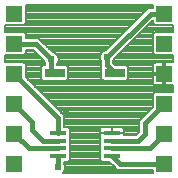
<source format=gtl>
G75*
%MOIN*%
%OFA0B0*%
%FSLAX24Y24*%
%IPPOS*%
%LPD*%
%AMOC8*
5,1,8,0,0,1.08239X$1,22.5*
%
%ADD10R,0.0531X0.0531*%
%ADD11R,0.0650X0.0295*%
%ADD12R,0.0571X0.0177*%
%ADD13C,0.0240*%
%ADD14C,0.0160*%
%ADD15C,0.0080*%
D10*
X002662Y002813D03*
X002662Y003813D03*
X002662Y004813D03*
X002662Y005813D03*
X002662Y006813D03*
X002662Y007813D03*
X007662Y007813D03*
X007662Y006813D03*
X007662Y005813D03*
X007662Y004813D03*
X007662Y003813D03*
X007662Y002813D03*
D11*
X006016Y005843D03*
X004008Y005843D03*
D12*
X004129Y003845D03*
X004129Y003589D03*
X004129Y003333D03*
X004129Y003077D03*
X005912Y003077D03*
X005912Y003333D03*
X005912Y003589D03*
X005912Y003845D03*
D13*
X004402Y004603D03*
X003902Y006293D03*
X005762Y006363D03*
X004132Y002693D03*
D14*
X004129Y002710D01*
X004129Y003077D01*
X004129Y003333D02*
X003142Y003333D01*
X002662Y003813D01*
X003272Y003933D02*
X003272Y004203D01*
X002662Y004813D01*
X003272Y003933D02*
X003616Y003589D01*
X004129Y003589D01*
X004129Y003845D02*
X004129Y004347D01*
X002662Y005813D01*
X002662Y006813D02*
X003382Y006813D01*
X003902Y006293D01*
X003902Y005949D01*
X004008Y005843D01*
X005762Y006097D02*
X006016Y005843D01*
X005762Y006097D02*
X005762Y006363D01*
X007212Y007813D01*
X007662Y007813D01*
X007662Y004813D02*
X007012Y004163D01*
X007012Y003803D01*
X006798Y003589D01*
X005912Y003589D01*
X005912Y003333D02*
X007182Y003333D01*
X007662Y003813D01*
X007662Y002813D02*
X006176Y002813D01*
X005912Y003077D01*
D15*
X005838Y002869D02*
X005976Y002730D01*
X006093Y002613D01*
X007277Y002613D01*
X007277Y002523D01*
X004302Y002523D01*
X004336Y002557D01*
X004372Y002646D01*
X004372Y002741D01*
X004336Y002829D01*
X004329Y002836D01*
X004329Y002869D01*
X004464Y002869D01*
X004534Y002939D01*
X004534Y003728D01*
X004534Y003983D01*
X004464Y004054D01*
X004329Y004054D01*
X004329Y004430D01*
X003048Y005710D01*
X003048Y006129D01*
X002978Y006199D01*
X002372Y006199D01*
X002372Y006428D01*
X002978Y006428D01*
X003048Y006498D01*
X003048Y006613D01*
X003299Y006613D01*
X003662Y006250D01*
X002372Y006250D01*
X002372Y006328D02*
X003584Y006328D01*
X003662Y006250D02*
X003662Y006246D01*
X003699Y006157D01*
X003702Y006154D01*
X003702Y006111D01*
X003634Y006111D01*
X003564Y006041D01*
X003564Y005646D01*
X003634Y005576D01*
X004383Y005576D01*
X004453Y005646D01*
X004453Y006041D01*
X004383Y006111D01*
X004102Y006111D01*
X004102Y006154D01*
X004106Y006157D01*
X004142Y006246D01*
X004142Y006341D01*
X004106Y006429D01*
X004038Y006497D01*
X003950Y006533D01*
X003945Y006533D01*
X003465Y007013D01*
X003048Y007013D01*
X003048Y007129D01*
X002978Y007199D01*
X002372Y007199D01*
X002372Y007428D01*
X002978Y007428D01*
X003048Y007498D01*
X003048Y008103D01*
X007277Y008103D01*
X007277Y008013D01*
X007129Y008013D01*
X005719Y006603D01*
X005715Y006603D01*
X005626Y006567D01*
X005559Y006499D01*
X005522Y006411D01*
X005522Y006316D01*
X005559Y006227D01*
X005562Y006224D01*
X005562Y006014D01*
X004453Y006014D01*
X004453Y005936D02*
X005571Y005936D01*
X005571Y006005D02*
X005571Y005646D01*
X005642Y005576D01*
X006391Y005576D01*
X006461Y005646D01*
X006461Y006041D01*
X006391Y006111D01*
X006031Y006111D01*
X005962Y006180D01*
X005962Y006224D01*
X005966Y006227D01*
X006002Y006316D01*
X006002Y006320D01*
X007277Y007595D01*
X007277Y007498D01*
X007347Y007428D01*
X007952Y007428D01*
X007952Y007199D01*
X007347Y007199D01*
X007277Y007129D01*
X007277Y006498D01*
X007347Y006428D01*
X007952Y006428D01*
X007952Y006197D01*
X007944Y006199D01*
X007702Y006199D01*
X007702Y005853D01*
X007622Y005853D01*
X007622Y005773D01*
X007702Y005773D01*
X007702Y005428D01*
X007944Y005428D01*
X007952Y005430D01*
X007952Y005199D01*
X007347Y005199D01*
X007277Y005129D01*
X007277Y004710D01*
X006812Y004246D01*
X006812Y003886D01*
X006715Y003789D01*
X006317Y003789D01*
X006317Y003841D01*
X005916Y003841D01*
X005916Y003849D01*
X006317Y003849D01*
X006317Y003950D01*
X006309Y003980D01*
X006293Y004007D01*
X006271Y004030D01*
X006244Y004046D01*
X006213Y004054D01*
X005916Y004054D01*
X005916Y003849D01*
X005908Y003849D01*
X005908Y003841D01*
X005507Y003841D01*
X005507Y003741D01*
X005509Y003730D01*
X005507Y003728D01*
X005507Y002939D01*
X005577Y002869D01*
X005838Y002869D01*
X005911Y002796D02*
X004350Y002796D01*
X004372Y002717D02*
X005989Y002717D01*
X006068Y002639D02*
X004369Y002639D01*
X004337Y002560D02*
X007277Y002560D01*
X006742Y003816D02*
X006317Y003816D01*
X006317Y003895D02*
X006812Y003895D01*
X006812Y003973D02*
X006311Y003973D01*
X006221Y004052D02*
X006812Y004052D01*
X006812Y004130D02*
X004329Y004130D01*
X004329Y004209D02*
X006812Y004209D01*
X006853Y004287D02*
X004329Y004287D01*
X004329Y004366D02*
X006932Y004366D01*
X007010Y004444D02*
X004314Y004444D01*
X004236Y004523D02*
X007089Y004523D01*
X007167Y004601D02*
X004157Y004601D01*
X004079Y004680D02*
X007246Y004680D01*
X007277Y004758D02*
X004000Y004758D01*
X003922Y004837D02*
X007277Y004837D01*
X007277Y004915D02*
X003843Y004915D01*
X003765Y004994D02*
X007277Y004994D01*
X007277Y005072D02*
X003686Y005072D01*
X003608Y005151D02*
X007299Y005151D01*
X007381Y005428D02*
X007622Y005428D01*
X007622Y005773D01*
X007277Y005773D01*
X007277Y005532D01*
X007285Y005501D01*
X007300Y005474D01*
X007323Y005452D01*
X007350Y005436D01*
X007381Y005428D01*
X007310Y005465D02*
X003294Y005465D01*
X003372Y005386D02*
X007952Y005386D01*
X007952Y005308D02*
X003451Y005308D01*
X003529Y005229D02*
X007952Y005229D01*
X007702Y005465D02*
X007622Y005465D01*
X007622Y005543D02*
X007702Y005543D01*
X007702Y005622D02*
X007622Y005622D01*
X007622Y005700D02*
X007702Y005700D01*
X007622Y005779D02*
X006461Y005779D01*
X006461Y005857D02*
X007277Y005857D01*
X007277Y005853D02*
X007622Y005853D01*
X007622Y006199D01*
X007381Y006199D01*
X007350Y006191D01*
X007323Y006175D01*
X007300Y006153D01*
X007285Y006125D01*
X007277Y006095D01*
X007277Y005853D01*
X007277Y005936D02*
X006461Y005936D01*
X006461Y006014D02*
X007277Y006014D01*
X007277Y006093D02*
X006409Y006093D01*
X006089Y006407D02*
X007952Y006407D01*
X007952Y006328D02*
X006010Y006328D01*
X005975Y006250D02*
X007952Y006250D01*
X007702Y006171D02*
X007622Y006171D01*
X007622Y006093D02*
X007702Y006093D01*
X007702Y006014D02*
X007622Y006014D01*
X007622Y005936D02*
X007702Y005936D01*
X007702Y005857D02*
X007622Y005857D01*
X007277Y005700D02*
X006461Y005700D01*
X006437Y005622D02*
X007277Y005622D01*
X007277Y005543D02*
X003215Y005543D01*
X003137Y005622D02*
X003588Y005622D01*
X003564Y005700D02*
X003058Y005700D01*
X003048Y005779D02*
X003564Y005779D01*
X003564Y005857D02*
X003048Y005857D01*
X003048Y005936D02*
X003564Y005936D01*
X003564Y006014D02*
X003048Y006014D01*
X003048Y006093D02*
X003616Y006093D01*
X003693Y006171D02*
X003005Y006171D01*
X003035Y006485D02*
X003427Y006485D01*
X003349Y006564D02*
X003048Y006564D01*
X003048Y007035D02*
X006151Y007035D01*
X006229Y007113D02*
X003048Y007113D01*
X002985Y007192D02*
X006308Y007192D01*
X006386Y007270D02*
X002372Y007270D01*
X002372Y007349D02*
X006465Y007349D01*
X006543Y007427D02*
X002372Y007427D01*
X003048Y007506D02*
X006622Y007506D01*
X006700Y007584D02*
X003048Y007584D01*
X003048Y007663D02*
X006779Y007663D01*
X006857Y007741D02*
X003048Y007741D01*
X003048Y007820D02*
X006936Y007820D01*
X007014Y007898D02*
X003048Y007898D01*
X003048Y007977D02*
X007093Y007977D01*
X007277Y008055D02*
X003048Y008055D01*
X003522Y006956D02*
X006072Y006956D01*
X005994Y006878D02*
X003601Y006878D01*
X003679Y006799D02*
X005915Y006799D01*
X005837Y006721D02*
X003758Y006721D01*
X003836Y006642D02*
X005758Y006642D01*
X005623Y006564D02*
X003915Y006564D01*
X004050Y006485D02*
X005553Y006485D01*
X005522Y006407D02*
X004115Y006407D01*
X004142Y006328D02*
X005522Y006328D01*
X005549Y006250D02*
X004142Y006250D01*
X004111Y006171D02*
X005562Y006171D01*
X005562Y006093D02*
X004401Y006093D01*
X004453Y005857D02*
X005571Y005857D01*
X005571Y005779D02*
X004453Y005779D01*
X004453Y005700D02*
X005571Y005700D01*
X005596Y005622D02*
X004429Y005622D01*
X003506Y006407D02*
X002372Y006407D01*
X004466Y004052D02*
X005603Y004052D01*
X005611Y004054D02*
X005580Y004046D01*
X005553Y004030D01*
X005531Y004007D01*
X005515Y003980D01*
X005507Y003950D01*
X005507Y003849D01*
X005908Y003849D01*
X005908Y004054D01*
X005611Y004054D01*
X005513Y003973D02*
X004534Y003973D01*
X004534Y003895D02*
X005507Y003895D01*
X005507Y003816D02*
X004534Y003816D01*
X004534Y003738D02*
X005507Y003738D01*
X005507Y003659D02*
X004534Y003659D01*
X004534Y003581D02*
X005507Y003581D01*
X005507Y003502D02*
X004534Y003502D01*
X004534Y003424D02*
X005507Y003424D01*
X005507Y003345D02*
X004534Y003345D01*
X004534Y003267D02*
X005507Y003267D01*
X005507Y003188D02*
X004534Y003188D01*
X004534Y003110D02*
X005507Y003110D01*
X005507Y003031D02*
X004534Y003031D01*
X004534Y002953D02*
X005507Y002953D01*
X005571Y002874D02*
X004469Y002874D01*
X005908Y003895D02*
X005916Y003895D01*
X005908Y003973D02*
X005916Y003973D01*
X005908Y004052D02*
X005916Y004052D01*
X005571Y006005D02*
X005562Y006014D01*
X005971Y006171D02*
X007319Y006171D01*
X007289Y006485D02*
X006167Y006485D01*
X006246Y006564D02*
X007277Y006564D01*
X007277Y006642D02*
X006324Y006642D01*
X006403Y006721D02*
X007277Y006721D01*
X007277Y006799D02*
X006481Y006799D01*
X006560Y006878D02*
X007277Y006878D01*
X007277Y006956D02*
X006638Y006956D01*
X006717Y007035D02*
X007277Y007035D01*
X007277Y007113D02*
X006795Y007113D01*
X006874Y007192D02*
X007340Y007192D01*
X007109Y007427D02*
X007952Y007427D01*
X007952Y007349D02*
X007031Y007349D01*
X006952Y007270D02*
X007952Y007270D01*
X007277Y007506D02*
X007188Y007506D01*
X007266Y007584D02*
X007277Y007584D01*
M02*

</source>
